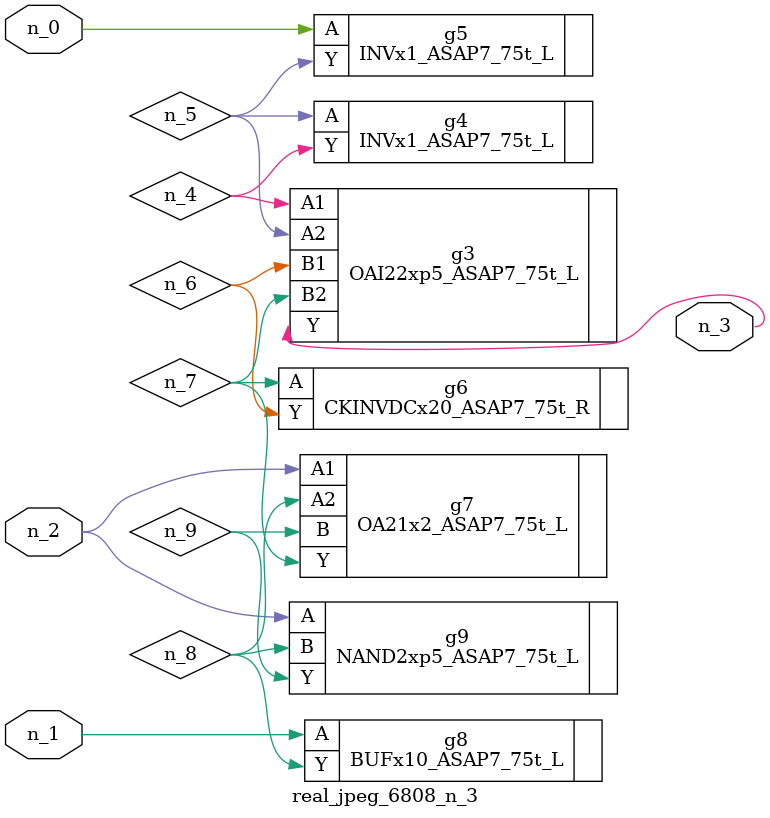
<source format=v>
module real_jpeg_6808_n_3 (n_1, n_0, n_2, n_3);

input n_1;
input n_0;
input n_2;

output n_3;

wire n_5;
wire n_8;
wire n_4;
wire n_6;
wire n_7;
wire n_9;

INVx1_ASAP7_75t_L g5 ( 
.A(n_0),
.Y(n_5)
);

BUFx10_ASAP7_75t_L g8 ( 
.A(n_1),
.Y(n_8)
);

OA21x2_ASAP7_75t_L g7 ( 
.A1(n_2),
.A2(n_8),
.B(n_9),
.Y(n_7)
);

NAND2xp5_ASAP7_75t_L g9 ( 
.A(n_2),
.B(n_8),
.Y(n_9)
);

OAI22xp5_ASAP7_75t_L g3 ( 
.A1(n_4),
.A2(n_5),
.B1(n_6),
.B2(n_7),
.Y(n_3)
);

INVx1_ASAP7_75t_L g4 ( 
.A(n_5),
.Y(n_4)
);

CKINVDCx20_ASAP7_75t_R g6 ( 
.A(n_7),
.Y(n_6)
);


endmodule
</source>
